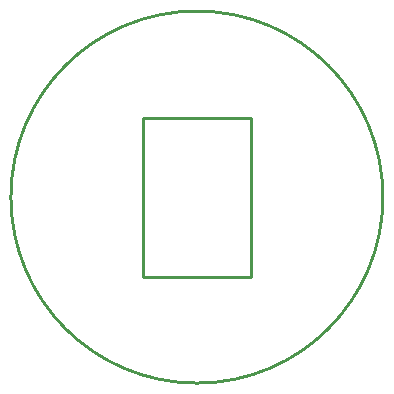
<source format=gko>
G04 Layer: BoardOutline*
G04 EasyEDA v6.4.20.6, 2021-07-31T12:59:30+08:00*
G04 153d8ea1f4684e84bb4c1cd47195d1c2,dc0dc03e7b3a4ea6afb4baf6e71cf47e,10*
G04 Gerber Generator version 0.2*
G04 Scale: 100 percent, Rotated: No, Reflected: No *
G04 Dimensions in inches *
G04 leading zeros omitted , absolute positions ,3 integer and 6 decimal *
%FSLAX36Y36*%
%MOIN*%

%ADD10C,0.0100*%
D10*
G75*
G01
X1365080Y708500D02*
G03X1365080Y708500I-620080J0D01*
X563899Y973389D02*
G01*
X926099Y973389D01*
X926099Y443458D01*
X563899Y443458D01*
X563899Y973389D01*

%LPD*%
M02*

</source>
